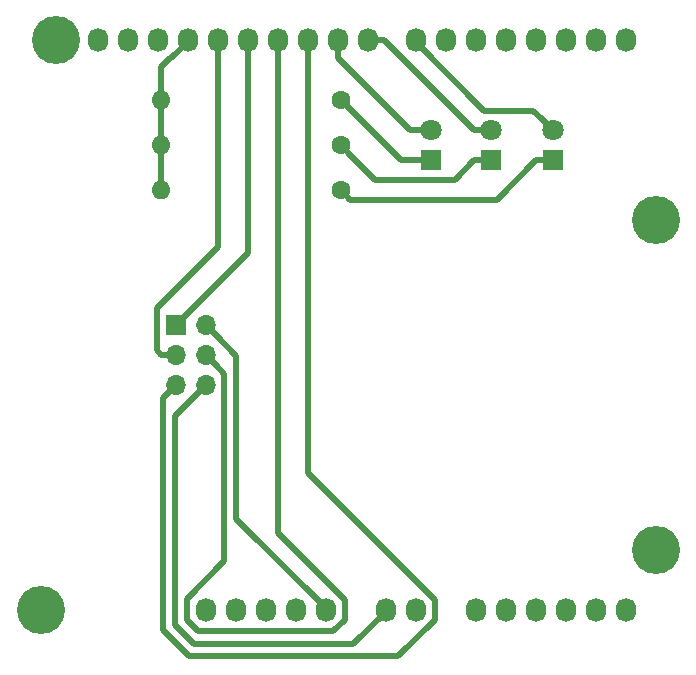
<source format=gbr>
G04 #@! TF.GenerationSoftware,KiCad,Pcbnew,(5.1.5-0-10_14)*
G04 #@! TF.CreationDate,2020-11-13T22:28:22-08:00*
G04 #@! TF.ProjectId,UNO_SF_ISP_Shield,554e4f5f-5346-45f4-9953-505f53686965,rev?*
G04 #@! TF.SameCoordinates,PX69db1f0PY45a45e8*
G04 #@! TF.FileFunction,Copper,L1,Top*
G04 #@! TF.FilePolarity,Positive*
%FSLAX46Y46*%
G04 Gerber Fmt 4.6, Leading zero omitted, Abs format (unit mm)*
G04 Created by KiCad (PCBNEW (5.1.5-0-10_14)) date 2020-11-13 22:28:22*
%MOMM*%
%LPD*%
G04 APERTURE LIST*
%ADD10O,1.727200X2.032000*%
%ADD11C,4.064000*%
%ADD12R,1.800000X1.800000*%
%ADD13C,1.800000*%
%ADD14R,1.700000X1.700000*%
%ADD15O,1.700000X1.700000*%
%ADD16C,1.600000*%
%ADD17O,1.600000X1.600000*%
%ADD18C,0.500000*%
G04 APERTURE END LIST*
D10*
X27940000Y-50800000D03*
X30480000Y-50800000D03*
X33020000Y-50800000D03*
X35560000Y-50800000D03*
X38100000Y-50800000D03*
X43180000Y-50800000D03*
X45720000Y-50800000D03*
X50800000Y-50800000D03*
X53340000Y-50800000D03*
X55880000Y-50800000D03*
X58420000Y-50800000D03*
X60960000Y-50800000D03*
X63500000Y-50800000D03*
X18796000Y-2540000D03*
X21336000Y-2540000D03*
X23876000Y-2540000D03*
X26416000Y-2540000D03*
X28956000Y-2540000D03*
X31496000Y-2540000D03*
X34036000Y-2540000D03*
X36576000Y-2540000D03*
X39116000Y-2540000D03*
X41656000Y-2540000D03*
X45720000Y-2540000D03*
X48260000Y-2540000D03*
X50800000Y-2540000D03*
X53340000Y-2540000D03*
X55880000Y-2540000D03*
X58420000Y-2540000D03*
X60960000Y-2540000D03*
X63500000Y-2540000D03*
D11*
X13970000Y-50800000D03*
X66040000Y-45720000D03*
X15240000Y-2540000D03*
X66040000Y-17780000D03*
D12*
X57350000Y-12700000D03*
D13*
X57350000Y-10160000D03*
X52070000Y-10160000D03*
D12*
X52070000Y-12700000D03*
X46990000Y-12700000D03*
D13*
X46990000Y-10160000D03*
D14*
X25400000Y-26670000D03*
D15*
X27940000Y-26670000D03*
X25400000Y-29210000D03*
X27940000Y-29210000D03*
X25400000Y-31750000D03*
X27940000Y-31750000D03*
D16*
X39370000Y-15240000D03*
D17*
X24130000Y-15240000D03*
X24130000Y-11430000D03*
D16*
X39370000Y-11430000D03*
X39370000Y-7620000D03*
D17*
X24130000Y-7620000D03*
D18*
X30540011Y-29270011D02*
X28789999Y-27519999D01*
X30540011Y-43087611D02*
X30540011Y-29270011D01*
X38100000Y-50647600D02*
X30540011Y-43087611D01*
X28789999Y-27519999D02*
X27940000Y-26670000D01*
X38100000Y-50800000D02*
X38100000Y-50647600D01*
X27090001Y-32599999D02*
X27940000Y-31750000D01*
X25326380Y-34363620D02*
X27090001Y-32599999D01*
X25326380Y-52034996D02*
X25326380Y-34363620D01*
X26973114Y-53681730D02*
X25326380Y-52034996D01*
X40450670Y-53681730D02*
X26973114Y-53681730D01*
X43180000Y-50952400D02*
X40450670Y-53681730D01*
X43180000Y-50800000D02*
X43180000Y-50952400D01*
X24130000Y-15240000D02*
X24130000Y-11430000D01*
X24130000Y-11430000D02*
X24130000Y-7620000D01*
X26416000Y-2692400D02*
X26416000Y-2540000D01*
X25052400Y-4056000D02*
X26416000Y-2692400D01*
X24900000Y-4056000D02*
X25052400Y-4056000D01*
X24130000Y-4826000D02*
X24900000Y-4056000D01*
X24130000Y-7620000D02*
X24130000Y-4826000D01*
X45717208Y-10160000D02*
X46990000Y-10160000D01*
X45220000Y-10160000D02*
X45717208Y-10160000D01*
X39116000Y-4056000D02*
X45220000Y-10160000D01*
X39116000Y-2540000D02*
X39116000Y-4056000D01*
X50797208Y-10160000D02*
X52070000Y-10160000D01*
X50639600Y-10160000D02*
X50797208Y-10160000D01*
X43019600Y-2540000D02*
X50639600Y-10160000D01*
X41656000Y-2540000D02*
X43019600Y-2540000D01*
X55699999Y-8509999D02*
X56450001Y-9260001D01*
X51537599Y-8509999D02*
X55699999Y-8509999D01*
X56450001Y-9260001D02*
X57350000Y-10160000D01*
X45720000Y-2692400D02*
X51537599Y-8509999D01*
X45720000Y-2540000D02*
X45720000Y-2692400D01*
X24197919Y-29210000D02*
X25400000Y-29210000D01*
X23799999Y-28812080D02*
X24197919Y-29210000D01*
X23799999Y-25219999D02*
X23799999Y-28812080D01*
X28956000Y-20063998D02*
X23799999Y-25219999D01*
X28956000Y-2540000D02*
X28956000Y-20063998D01*
X24550001Y-32599999D02*
X25400000Y-31750000D01*
X24326370Y-32823630D02*
X24550001Y-32599999D01*
X24326370Y-52449213D02*
X24326370Y-32823630D01*
X47333610Y-51620779D02*
X44272649Y-54681740D01*
X26558897Y-54681740D02*
X24326370Y-52449213D01*
X36576000Y-39221611D02*
X47333610Y-49979221D01*
X44272649Y-54681740D02*
X26558897Y-54681740D01*
X47333610Y-49979221D02*
X47333610Y-51620779D01*
X36576000Y-2540000D02*
X36576000Y-39221611D01*
X31496000Y-20574000D02*
X25400000Y-26670000D01*
X31496000Y-2540000D02*
X31496000Y-20574000D01*
X39713610Y-51620779D02*
X38768379Y-52566010D01*
X39713610Y-49979221D02*
X39713610Y-51620779D01*
X34036000Y-44301611D02*
X39713610Y-49979221D01*
X34036000Y-2540000D02*
X34036000Y-44301611D01*
X26326390Y-51620779D02*
X26326390Y-49873610D01*
X27271621Y-52566010D02*
X26326390Y-51620779D01*
X38768379Y-52566010D02*
X27271621Y-52566010D01*
X29540001Y-30810001D02*
X28789999Y-30059999D01*
X29540001Y-46659999D02*
X29540001Y-30810001D01*
X28789999Y-30059999D02*
X27940000Y-29210000D01*
X26326390Y-49873610D02*
X29540001Y-46659999D01*
X40169999Y-16039999D02*
X39370000Y-15240000D01*
X52610001Y-16039999D02*
X40169999Y-16039999D01*
X55950000Y-12700000D02*
X52610001Y-16039999D01*
X57350000Y-12700000D02*
X55950000Y-12700000D01*
X40169999Y-12229999D02*
X39370000Y-11430000D01*
X42290001Y-14350001D02*
X40169999Y-12229999D01*
X49019999Y-14350001D02*
X42290001Y-14350001D01*
X50670000Y-12700000D02*
X49019999Y-14350001D01*
X52070000Y-12700000D02*
X50670000Y-12700000D01*
X44450000Y-12700000D02*
X39370000Y-7620000D01*
X46990000Y-12700000D02*
X44450000Y-12700000D01*
M02*

</source>
